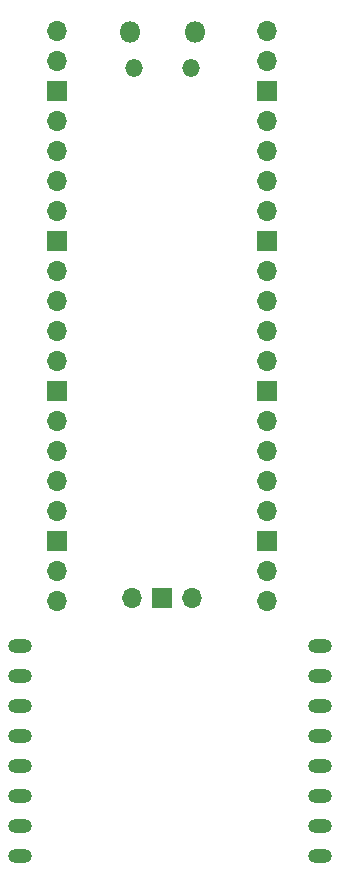
<source format=gbr>
%TF.GenerationSoftware,KiCad,Pcbnew,6.0.2+dfsg-1*%
%TF.CreationDate,2022-09-03T15:09:50+02:00*%
%TF.ProjectId,LoRa_thing,4c6f5261-5f74-4686-996e-672e6b696361,rev?*%
%TF.SameCoordinates,Original*%
%TF.FileFunction,Soldermask,Bot*%
%TF.FilePolarity,Negative*%
%FSLAX46Y46*%
G04 Gerber Fmt 4.6, Leading zero omitted, Abs format (unit mm)*
G04 Created by KiCad (PCBNEW 6.0.2+dfsg-1) date 2022-09-03 15:09:50*
%MOMM*%
%LPD*%
G01*
G04 APERTURE LIST*
%ADD10O,1.800000X1.800000*%
%ADD11O,1.500000X1.500000*%
%ADD12O,1.700000X1.700000*%
%ADD13R,1.700000X1.700000*%
%ADD14O,2.000000X1.200000*%
G04 APERTURE END LIST*
D10*
%TO.C,U2*%
X123375000Y-66170000D03*
X117925000Y-66170000D03*
D11*
X118225000Y-69200000D03*
X123075000Y-69200000D03*
D12*
X111760000Y-66040000D03*
X111760000Y-68580000D03*
D13*
X111760000Y-71120000D03*
D12*
X111760000Y-73660000D03*
X111760000Y-76200000D03*
X111760000Y-78740000D03*
X111760000Y-81280000D03*
D13*
X111760000Y-83820000D03*
D12*
X111760000Y-86360000D03*
X111760000Y-88900000D03*
X111760000Y-91440000D03*
X111760000Y-93980000D03*
D13*
X111760000Y-96520000D03*
D12*
X111760000Y-99060000D03*
X111760000Y-101600000D03*
X111760000Y-104140000D03*
X111760000Y-106680000D03*
D13*
X111760000Y-109220000D03*
D12*
X111760000Y-111760000D03*
X111760000Y-114300000D03*
X129540000Y-114300000D03*
X129540000Y-111760000D03*
D13*
X129540000Y-109220000D03*
D12*
X129540000Y-106680000D03*
X129540000Y-104140000D03*
X129540000Y-101600000D03*
X129540000Y-99060000D03*
D13*
X129540000Y-96520000D03*
D12*
X129540000Y-93980000D03*
X129540000Y-91440000D03*
X129540000Y-88900000D03*
X129540000Y-86360000D03*
D13*
X129540000Y-83820000D03*
D12*
X129540000Y-81280000D03*
X129540000Y-78740000D03*
X129540000Y-76200000D03*
X129540000Y-73660000D03*
D13*
X129540000Y-71120000D03*
D12*
X129540000Y-68580000D03*
X129540000Y-66040000D03*
X118110000Y-114070000D03*
D13*
X120650000Y-114070000D03*
D12*
X123190000Y-114070000D03*
%TD*%
D14*
%TO.C,U1*%
X133985000Y-135890000D03*
X133985000Y-133350000D03*
X133985000Y-130810000D03*
X133985000Y-128270000D03*
X133985000Y-125730000D03*
X133985000Y-123190000D03*
X133985000Y-120650000D03*
X133985000Y-118110000D03*
X108585000Y-118110000D03*
X108585000Y-120650000D03*
X108585000Y-123190000D03*
X108585000Y-125730000D03*
X108585000Y-128270000D03*
X108585000Y-130810000D03*
X108585000Y-133350000D03*
X108585000Y-135890000D03*
%TD*%
M02*

</source>
